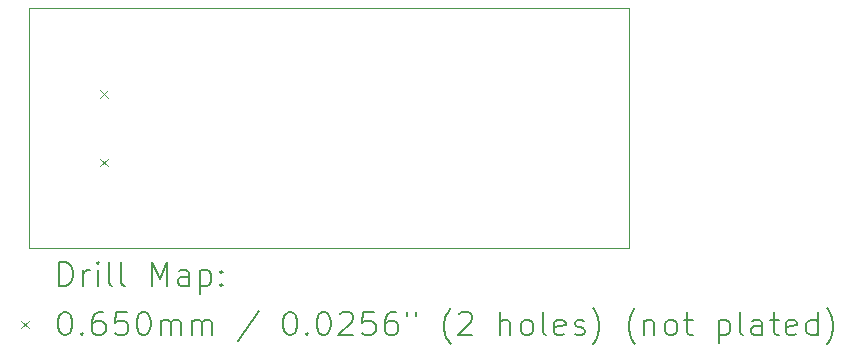
<source format=gbr>
%TF.GenerationSoftware,KiCad,Pcbnew,8.0.4-8.0.4-0~ubuntu24.04.1*%
%TF.CreationDate,2024-07-31T18:59:30-04:00*%
%TF.ProjectId,iceblink,69636562-6c69-46e6-9b2e-6b696361645f,rev?*%
%TF.SameCoordinates,Original*%
%TF.FileFunction,Drillmap*%
%TF.FilePolarity,Positive*%
%FSLAX45Y45*%
G04 Gerber Fmt 4.5, Leading zero omitted, Abs format (unit mm)*
G04 Created by KiCad (PCBNEW 8.0.4-8.0.4-0~ubuntu24.04.1) date 2024-07-31 18:59:30*
%MOMM*%
%LPD*%
G01*
G04 APERTURE LIST*
%ADD10C,0.100000*%
%ADD11C,0.200000*%
G04 APERTURE END LIST*
D10*
X12700000Y-12192000D02*
X17780000Y-12192000D01*
X17780000Y-10160000D02*
X12700000Y-10160000D01*
X17780000Y-12192000D02*
X17780000Y-10160000D01*
X12700000Y-10160000D02*
X12700000Y-12192000D01*
D11*
D10*
X13302200Y-10854500D02*
X13367200Y-10919500D01*
X13367200Y-10854500D02*
X13302200Y-10919500D01*
X13302200Y-11432500D02*
X13367200Y-11497500D01*
X13367200Y-11432500D02*
X13302200Y-11497500D01*
D11*
X12955777Y-12508484D02*
X12955777Y-12308484D01*
X12955777Y-12308484D02*
X13003396Y-12308484D01*
X13003396Y-12308484D02*
X13031967Y-12318008D01*
X13031967Y-12318008D02*
X13051015Y-12337055D01*
X13051015Y-12337055D02*
X13060539Y-12356103D01*
X13060539Y-12356103D02*
X13070062Y-12394198D01*
X13070062Y-12394198D02*
X13070062Y-12422769D01*
X13070062Y-12422769D02*
X13060539Y-12460865D01*
X13060539Y-12460865D02*
X13051015Y-12479912D01*
X13051015Y-12479912D02*
X13031967Y-12498960D01*
X13031967Y-12498960D02*
X13003396Y-12508484D01*
X13003396Y-12508484D02*
X12955777Y-12508484D01*
X13155777Y-12508484D02*
X13155777Y-12375150D01*
X13155777Y-12413246D02*
X13165301Y-12394198D01*
X13165301Y-12394198D02*
X13174824Y-12384674D01*
X13174824Y-12384674D02*
X13193872Y-12375150D01*
X13193872Y-12375150D02*
X13212920Y-12375150D01*
X13279586Y-12508484D02*
X13279586Y-12375150D01*
X13279586Y-12308484D02*
X13270062Y-12318008D01*
X13270062Y-12318008D02*
X13279586Y-12327531D01*
X13279586Y-12327531D02*
X13289110Y-12318008D01*
X13289110Y-12318008D02*
X13279586Y-12308484D01*
X13279586Y-12308484D02*
X13279586Y-12327531D01*
X13403396Y-12508484D02*
X13384348Y-12498960D01*
X13384348Y-12498960D02*
X13374824Y-12479912D01*
X13374824Y-12479912D02*
X13374824Y-12308484D01*
X13508158Y-12508484D02*
X13489110Y-12498960D01*
X13489110Y-12498960D02*
X13479586Y-12479912D01*
X13479586Y-12479912D02*
X13479586Y-12308484D01*
X13736729Y-12508484D02*
X13736729Y-12308484D01*
X13736729Y-12308484D02*
X13803396Y-12451341D01*
X13803396Y-12451341D02*
X13870062Y-12308484D01*
X13870062Y-12308484D02*
X13870062Y-12508484D01*
X14051015Y-12508484D02*
X14051015Y-12403722D01*
X14051015Y-12403722D02*
X14041491Y-12384674D01*
X14041491Y-12384674D02*
X14022443Y-12375150D01*
X14022443Y-12375150D02*
X13984348Y-12375150D01*
X13984348Y-12375150D02*
X13965301Y-12384674D01*
X14051015Y-12498960D02*
X14031967Y-12508484D01*
X14031967Y-12508484D02*
X13984348Y-12508484D01*
X13984348Y-12508484D02*
X13965301Y-12498960D01*
X13965301Y-12498960D02*
X13955777Y-12479912D01*
X13955777Y-12479912D02*
X13955777Y-12460865D01*
X13955777Y-12460865D02*
X13965301Y-12441817D01*
X13965301Y-12441817D02*
X13984348Y-12432293D01*
X13984348Y-12432293D02*
X14031967Y-12432293D01*
X14031967Y-12432293D02*
X14051015Y-12422769D01*
X14146253Y-12375150D02*
X14146253Y-12575150D01*
X14146253Y-12384674D02*
X14165301Y-12375150D01*
X14165301Y-12375150D02*
X14203396Y-12375150D01*
X14203396Y-12375150D02*
X14222443Y-12384674D01*
X14222443Y-12384674D02*
X14231967Y-12394198D01*
X14231967Y-12394198D02*
X14241491Y-12413246D01*
X14241491Y-12413246D02*
X14241491Y-12470388D01*
X14241491Y-12470388D02*
X14231967Y-12489436D01*
X14231967Y-12489436D02*
X14222443Y-12498960D01*
X14222443Y-12498960D02*
X14203396Y-12508484D01*
X14203396Y-12508484D02*
X14165301Y-12508484D01*
X14165301Y-12508484D02*
X14146253Y-12498960D01*
X14327205Y-12489436D02*
X14336729Y-12498960D01*
X14336729Y-12498960D02*
X14327205Y-12508484D01*
X14327205Y-12508484D02*
X14317682Y-12498960D01*
X14317682Y-12498960D02*
X14327205Y-12489436D01*
X14327205Y-12489436D02*
X14327205Y-12508484D01*
X14327205Y-12384674D02*
X14336729Y-12394198D01*
X14336729Y-12394198D02*
X14327205Y-12403722D01*
X14327205Y-12403722D02*
X14317682Y-12394198D01*
X14317682Y-12394198D02*
X14327205Y-12384674D01*
X14327205Y-12384674D02*
X14327205Y-12403722D01*
D10*
X12630000Y-12804500D02*
X12695000Y-12869500D01*
X12695000Y-12804500D02*
X12630000Y-12869500D01*
D11*
X12993872Y-12728484D02*
X13012920Y-12728484D01*
X13012920Y-12728484D02*
X13031967Y-12738008D01*
X13031967Y-12738008D02*
X13041491Y-12747531D01*
X13041491Y-12747531D02*
X13051015Y-12766579D01*
X13051015Y-12766579D02*
X13060539Y-12804674D01*
X13060539Y-12804674D02*
X13060539Y-12852293D01*
X13060539Y-12852293D02*
X13051015Y-12890388D01*
X13051015Y-12890388D02*
X13041491Y-12909436D01*
X13041491Y-12909436D02*
X13031967Y-12918960D01*
X13031967Y-12918960D02*
X13012920Y-12928484D01*
X13012920Y-12928484D02*
X12993872Y-12928484D01*
X12993872Y-12928484D02*
X12974824Y-12918960D01*
X12974824Y-12918960D02*
X12965301Y-12909436D01*
X12965301Y-12909436D02*
X12955777Y-12890388D01*
X12955777Y-12890388D02*
X12946253Y-12852293D01*
X12946253Y-12852293D02*
X12946253Y-12804674D01*
X12946253Y-12804674D02*
X12955777Y-12766579D01*
X12955777Y-12766579D02*
X12965301Y-12747531D01*
X12965301Y-12747531D02*
X12974824Y-12738008D01*
X12974824Y-12738008D02*
X12993872Y-12728484D01*
X13146253Y-12909436D02*
X13155777Y-12918960D01*
X13155777Y-12918960D02*
X13146253Y-12928484D01*
X13146253Y-12928484D02*
X13136729Y-12918960D01*
X13136729Y-12918960D02*
X13146253Y-12909436D01*
X13146253Y-12909436D02*
X13146253Y-12928484D01*
X13327205Y-12728484D02*
X13289110Y-12728484D01*
X13289110Y-12728484D02*
X13270062Y-12738008D01*
X13270062Y-12738008D02*
X13260539Y-12747531D01*
X13260539Y-12747531D02*
X13241491Y-12776103D01*
X13241491Y-12776103D02*
X13231967Y-12814198D01*
X13231967Y-12814198D02*
X13231967Y-12890388D01*
X13231967Y-12890388D02*
X13241491Y-12909436D01*
X13241491Y-12909436D02*
X13251015Y-12918960D01*
X13251015Y-12918960D02*
X13270062Y-12928484D01*
X13270062Y-12928484D02*
X13308158Y-12928484D01*
X13308158Y-12928484D02*
X13327205Y-12918960D01*
X13327205Y-12918960D02*
X13336729Y-12909436D01*
X13336729Y-12909436D02*
X13346253Y-12890388D01*
X13346253Y-12890388D02*
X13346253Y-12842769D01*
X13346253Y-12842769D02*
X13336729Y-12823722D01*
X13336729Y-12823722D02*
X13327205Y-12814198D01*
X13327205Y-12814198D02*
X13308158Y-12804674D01*
X13308158Y-12804674D02*
X13270062Y-12804674D01*
X13270062Y-12804674D02*
X13251015Y-12814198D01*
X13251015Y-12814198D02*
X13241491Y-12823722D01*
X13241491Y-12823722D02*
X13231967Y-12842769D01*
X13527205Y-12728484D02*
X13431967Y-12728484D01*
X13431967Y-12728484D02*
X13422443Y-12823722D01*
X13422443Y-12823722D02*
X13431967Y-12814198D01*
X13431967Y-12814198D02*
X13451015Y-12804674D01*
X13451015Y-12804674D02*
X13498634Y-12804674D01*
X13498634Y-12804674D02*
X13517682Y-12814198D01*
X13517682Y-12814198D02*
X13527205Y-12823722D01*
X13527205Y-12823722D02*
X13536729Y-12842769D01*
X13536729Y-12842769D02*
X13536729Y-12890388D01*
X13536729Y-12890388D02*
X13527205Y-12909436D01*
X13527205Y-12909436D02*
X13517682Y-12918960D01*
X13517682Y-12918960D02*
X13498634Y-12928484D01*
X13498634Y-12928484D02*
X13451015Y-12928484D01*
X13451015Y-12928484D02*
X13431967Y-12918960D01*
X13431967Y-12918960D02*
X13422443Y-12909436D01*
X13660539Y-12728484D02*
X13679586Y-12728484D01*
X13679586Y-12728484D02*
X13698634Y-12738008D01*
X13698634Y-12738008D02*
X13708158Y-12747531D01*
X13708158Y-12747531D02*
X13717682Y-12766579D01*
X13717682Y-12766579D02*
X13727205Y-12804674D01*
X13727205Y-12804674D02*
X13727205Y-12852293D01*
X13727205Y-12852293D02*
X13717682Y-12890388D01*
X13717682Y-12890388D02*
X13708158Y-12909436D01*
X13708158Y-12909436D02*
X13698634Y-12918960D01*
X13698634Y-12918960D02*
X13679586Y-12928484D01*
X13679586Y-12928484D02*
X13660539Y-12928484D01*
X13660539Y-12928484D02*
X13641491Y-12918960D01*
X13641491Y-12918960D02*
X13631967Y-12909436D01*
X13631967Y-12909436D02*
X13622443Y-12890388D01*
X13622443Y-12890388D02*
X13612920Y-12852293D01*
X13612920Y-12852293D02*
X13612920Y-12804674D01*
X13612920Y-12804674D02*
X13622443Y-12766579D01*
X13622443Y-12766579D02*
X13631967Y-12747531D01*
X13631967Y-12747531D02*
X13641491Y-12738008D01*
X13641491Y-12738008D02*
X13660539Y-12728484D01*
X13812920Y-12928484D02*
X13812920Y-12795150D01*
X13812920Y-12814198D02*
X13822443Y-12804674D01*
X13822443Y-12804674D02*
X13841491Y-12795150D01*
X13841491Y-12795150D02*
X13870063Y-12795150D01*
X13870063Y-12795150D02*
X13889110Y-12804674D01*
X13889110Y-12804674D02*
X13898634Y-12823722D01*
X13898634Y-12823722D02*
X13898634Y-12928484D01*
X13898634Y-12823722D02*
X13908158Y-12804674D01*
X13908158Y-12804674D02*
X13927205Y-12795150D01*
X13927205Y-12795150D02*
X13955777Y-12795150D01*
X13955777Y-12795150D02*
X13974824Y-12804674D01*
X13974824Y-12804674D02*
X13984348Y-12823722D01*
X13984348Y-12823722D02*
X13984348Y-12928484D01*
X14079586Y-12928484D02*
X14079586Y-12795150D01*
X14079586Y-12814198D02*
X14089110Y-12804674D01*
X14089110Y-12804674D02*
X14108158Y-12795150D01*
X14108158Y-12795150D02*
X14136729Y-12795150D01*
X14136729Y-12795150D02*
X14155777Y-12804674D01*
X14155777Y-12804674D02*
X14165301Y-12823722D01*
X14165301Y-12823722D02*
X14165301Y-12928484D01*
X14165301Y-12823722D02*
X14174824Y-12804674D01*
X14174824Y-12804674D02*
X14193872Y-12795150D01*
X14193872Y-12795150D02*
X14222443Y-12795150D01*
X14222443Y-12795150D02*
X14241491Y-12804674D01*
X14241491Y-12804674D02*
X14251015Y-12823722D01*
X14251015Y-12823722D02*
X14251015Y-12928484D01*
X14641491Y-12718960D02*
X14470063Y-12976103D01*
X14898634Y-12728484D02*
X14917682Y-12728484D01*
X14917682Y-12728484D02*
X14936729Y-12738008D01*
X14936729Y-12738008D02*
X14946253Y-12747531D01*
X14946253Y-12747531D02*
X14955777Y-12766579D01*
X14955777Y-12766579D02*
X14965301Y-12804674D01*
X14965301Y-12804674D02*
X14965301Y-12852293D01*
X14965301Y-12852293D02*
X14955777Y-12890388D01*
X14955777Y-12890388D02*
X14946253Y-12909436D01*
X14946253Y-12909436D02*
X14936729Y-12918960D01*
X14936729Y-12918960D02*
X14917682Y-12928484D01*
X14917682Y-12928484D02*
X14898634Y-12928484D01*
X14898634Y-12928484D02*
X14879586Y-12918960D01*
X14879586Y-12918960D02*
X14870063Y-12909436D01*
X14870063Y-12909436D02*
X14860539Y-12890388D01*
X14860539Y-12890388D02*
X14851015Y-12852293D01*
X14851015Y-12852293D02*
X14851015Y-12804674D01*
X14851015Y-12804674D02*
X14860539Y-12766579D01*
X14860539Y-12766579D02*
X14870063Y-12747531D01*
X14870063Y-12747531D02*
X14879586Y-12738008D01*
X14879586Y-12738008D02*
X14898634Y-12728484D01*
X15051015Y-12909436D02*
X15060539Y-12918960D01*
X15060539Y-12918960D02*
X15051015Y-12928484D01*
X15051015Y-12928484D02*
X15041491Y-12918960D01*
X15041491Y-12918960D02*
X15051015Y-12909436D01*
X15051015Y-12909436D02*
X15051015Y-12928484D01*
X15184348Y-12728484D02*
X15203396Y-12728484D01*
X15203396Y-12728484D02*
X15222444Y-12738008D01*
X15222444Y-12738008D02*
X15231967Y-12747531D01*
X15231967Y-12747531D02*
X15241491Y-12766579D01*
X15241491Y-12766579D02*
X15251015Y-12804674D01*
X15251015Y-12804674D02*
X15251015Y-12852293D01*
X15251015Y-12852293D02*
X15241491Y-12890388D01*
X15241491Y-12890388D02*
X15231967Y-12909436D01*
X15231967Y-12909436D02*
X15222444Y-12918960D01*
X15222444Y-12918960D02*
X15203396Y-12928484D01*
X15203396Y-12928484D02*
X15184348Y-12928484D01*
X15184348Y-12928484D02*
X15165301Y-12918960D01*
X15165301Y-12918960D02*
X15155777Y-12909436D01*
X15155777Y-12909436D02*
X15146253Y-12890388D01*
X15146253Y-12890388D02*
X15136729Y-12852293D01*
X15136729Y-12852293D02*
X15136729Y-12804674D01*
X15136729Y-12804674D02*
X15146253Y-12766579D01*
X15146253Y-12766579D02*
X15155777Y-12747531D01*
X15155777Y-12747531D02*
X15165301Y-12738008D01*
X15165301Y-12738008D02*
X15184348Y-12728484D01*
X15327206Y-12747531D02*
X15336729Y-12738008D01*
X15336729Y-12738008D02*
X15355777Y-12728484D01*
X15355777Y-12728484D02*
X15403396Y-12728484D01*
X15403396Y-12728484D02*
X15422444Y-12738008D01*
X15422444Y-12738008D02*
X15431967Y-12747531D01*
X15431967Y-12747531D02*
X15441491Y-12766579D01*
X15441491Y-12766579D02*
X15441491Y-12785627D01*
X15441491Y-12785627D02*
X15431967Y-12814198D01*
X15431967Y-12814198D02*
X15317682Y-12928484D01*
X15317682Y-12928484D02*
X15441491Y-12928484D01*
X15622444Y-12728484D02*
X15527206Y-12728484D01*
X15527206Y-12728484D02*
X15517682Y-12823722D01*
X15517682Y-12823722D02*
X15527206Y-12814198D01*
X15527206Y-12814198D02*
X15546253Y-12804674D01*
X15546253Y-12804674D02*
X15593872Y-12804674D01*
X15593872Y-12804674D02*
X15612920Y-12814198D01*
X15612920Y-12814198D02*
X15622444Y-12823722D01*
X15622444Y-12823722D02*
X15631967Y-12842769D01*
X15631967Y-12842769D02*
X15631967Y-12890388D01*
X15631967Y-12890388D02*
X15622444Y-12909436D01*
X15622444Y-12909436D02*
X15612920Y-12918960D01*
X15612920Y-12918960D02*
X15593872Y-12928484D01*
X15593872Y-12928484D02*
X15546253Y-12928484D01*
X15546253Y-12928484D02*
X15527206Y-12918960D01*
X15527206Y-12918960D02*
X15517682Y-12909436D01*
X15803396Y-12728484D02*
X15765301Y-12728484D01*
X15765301Y-12728484D02*
X15746253Y-12738008D01*
X15746253Y-12738008D02*
X15736729Y-12747531D01*
X15736729Y-12747531D02*
X15717682Y-12776103D01*
X15717682Y-12776103D02*
X15708158Y-12814198D01*
X15708158Y-12814198D02*
X15708158Y-12890388D01*
X15708158Y-12890388D02*
X15717682Y-12909436D01*
X15717682Y-12909436D02*
X15727206Y-12918960D01*
X15727206Y-12918960D02*
X15746253Y-12928484D01*
X15746253Y-12928484D02*
X15784348Y-12928484D01*
X15784348Y-12928484D02*
X15803396Y-12918960D01*
X15803396Y-12918960D02*
X15812920Y-12909436D01*
X15812920Y-12909436D02*
X15822444Y-12890388D01*
X15822444Y-12890388D02*
X15822444Y-12842769D01*
X15822444Y-12842769D02*
X15812920Y-12823722D01*
X15812920Y-12823722D02*
X15803396Y-12814198D01*
X15803396Y-12814198D02*
X15784348Y-12804674D01*
X15784348Y-12804674D02*
X15746253Y-12804674D01*
X15746253Y-12804674D02*
X15727206Y-12814198D01*
X15727206Y-12814198D02*
X15717682Y-12823722D01*
X15717682Y-12823722D02*
X15708158Y-12842769D01*
X15898634Y-12728484D02*
X15898634Y-12766579D01*
X15974825Y-12728484D02*
X15974825Y-12766579D01*
X16270063Y-13004674D02*
X16260539Y-12995150D01*
X16260539Y-12995150D02*
X16241491Y-12966579D01*
X16241491Y-12966579D02*
X16231968Y-12947531D01*
X16231968Y-12947531D02*
X16222444Y-12918960D01*
X16222444Y-12918960D02*
X16212920Y-12871341D01*
X16212920Y-12871341D02*
X16212920Y-12833246D01*
X16212920Y-12833246D02*
X16222444Y-12785627D01*
X16222444Y-12785627D02*
X16231968Y-12757055D01*
X16231968Y-12757055D02*
X16241491Y-12738008D01*
X16241491Y-12738008D02*
X16260539Y-12709436D01*
X16260539Y-12709436D02*
X16270063Y-12699912D01*
X16336729Y-12747531D02*
X16346253Y-12738008D01*
X16346253Y-12738008D02*
X16365301Y-12728484D01*
X16365301Y-12728484D02*
X16412920Y-12728484D01*
X16412920Y-12728484D02*
X16431968Y-12738008D01*
X16431968Y-12738008D02*
X16441491Y-12747531D01*
X16441491Y-12747531D02*
X16451015Y-12766579D01*
X16451015Y-12766579D02*
X16451015Y-12785627D01*
X16451015Y-12785627D02*
X16441491Y-12814198D01*
X16441491Y-12814198D02*
X16327206Y-12928484D01*
X16327206Y-12928484D02*
X16451015Y-12928484D01*
X16689110Y-12928484D02*
X16689110Y-12728484D01*
X16774825Y-12928484D02*
X16774825Y-12823722D01*
X16774825Y-12823722D02*
X16765301Y-12804674D01*
X16765301Y-12804674D02*
X16746253Y-12795150D01*
X16746253Y-12795150D02*
X16717682Y-12795150D01*
X16717682Y-12795150D02*
X16698634Y-12804674D01*
X16698634Y-12804674D02*
X16689110Y-12814198D01*
X16898634Y-12928484D02*
X16879587Y-12918960D01*
X16879587Y-12918960D02*
X16870063Y-12909436D01*
X16870063Y-12909436D02*
X16860539Y-12890388D01*
X16860539Y-12890388D02*
X16860539Y-12833246D01*
X16860539Y-12833246D02*
X16870063Y-12814198D01*
X16870063Y-12814198D02*
X16879587Y-12804674D01*
X16879587Y-12804674D02*
X16898634Y-12795150D01*
X16898634Y-12795150D02*
X16927206Y-12795150D01*
X16927206Y-12795150D02*
X16946253Y-12804674D01*
X16946253Y-12804674D02*
X16955777Y-12814198D01*
X16955777Y-12814198D02*
X16965301Y-12833246D01*
X16965301Y-12833246D02*
X16965301Y-12890388D01*
X16965301Y-12890388D02*
X16955777Y-12909436D01*
X16955777Y-12909436D02*
X16946253Y-12918960D01*
X16946253Y-12918960D02*
X16927206Y-12928484D01*
X16927206Y-12928484D02*
X16898634Y-12928484D01*
X17079587Y-12928484D02*
X17060539Y-12918960D01*
X17060539Y-12918960D02*
X17051015Y-12899912D01*
X17051015Y-12899912D02*
X17051015Y-12728484D01*
X17231968Y-12918960D02*
X17212920Y-12928484D01*
X17212920Y-12928484D02*
X17174825Y-12928484D01*
X17174825Y-12928484D02*
X17155777Y-12918960D01*
X17155777Y-12918960D02*
X17146253Y-12899912D01*
X17146253Y-12899912D02*
X17146253Y-12823722D01*
X17146253Y-12823722D02*
X17155777Y-12804674D01*
X17155777Y-12804674D02*
X17174825Y-12795150D01*
X17174825Y-12795150D02*
X17212920Y-12795150D01*
X17212920Y-12795150D02*
X17231968Y-12804674D01*
X17231968Y-12804674D02*
X17241492Y-12823722D01*
X17241492Y-12823722D02*
X17241492Y-12842769D01*
X17241492Y-12842769D02*
X17146253Y-12861817D01*
X17317682Y-12918960D02*
X17336730Y-12928484D01*
X17336730Y-12928484D02*
X17374825Y-12928484D01*
X17374825Y-12928484D02*
X17393873Y-12918960D01*
X17393873Y-12918960D02*
X17403396Y-12899912D01*
X17403396Y-12899912D02*
X17403396Y-12890388D01*
X17403396Y-12890388D02*
X17393873Y-12871341D01*
X17393873Y-12871341D02*
X17374825Y-12861817D01*
X17374825Y-12861817D02*
X17346253Y-12861817D01*
X17346253Y-12861817D02*
X17327206Y-12852293D01*
X17327206Y-12852293D02*
X17317682Y-12833246D01*
X17317682Y-12833246D02*
X17317682Y-12823722D01*
X17317682Y-12823722D02*
X17327206Y-12804674D01*
X17327206Y-12804674D02*
X17346253Y-12795150D01*
X17346253Y-12795150D02*
X17374825Y-12795150D01*
X17374825Y-12795150D02*
X17393873Y-12804674D01*
X17470063Y-13004674D02*
X17479587Y-12995150D01*
X17479587Y-12995150D02*
X17498634Y-12966579D01*
X17498634Y-12966579D02*
X17508158Y-12947531D01*
X17508158Y-12947531D02*
X17517682Y-12918960D01*
X17517682Y-12918960D02*
X17527206Y-12871341D01*
X17527206Y-12871341D02*
X17527206Y-12833246D01*
X17527206Y-12833246D02*
X17517682Y-12785627D01*
X17517682Y-12785627D02*
X17508158Y-12757055D01*
X17508158Y-12757055D02*
X17498634Y-12738008D01*
X17498634Y-12738008D02*
X17479587Y-12709436D01*
X17479587Y-12709436D02*
X17470063Y-12699912D01*
X17831968Y-13004674D02*
X17822444Y-12995150D01*
X17822444Y-12995150D02*
X17803396Y-12966579D01*
X17803396Y-12966579D02*
X17793873Y-12947531D01*
X17793873Y-12947531D02*
X17784349Y-12918960D01*
X17784349Y-12918960D02*
X17774825Y-12871341D01*
X17774825Y-12871341D02*
X17774825Y-12833246D01*
X17774825Y-12833246D02*
X17784349Y-12785627D01*
X17784349Y-12785627D02*
X17793873Y-12757055D01*
X17793873Y-12757055D02*
X17803396Y-12738008D01*
X17803396Y-12738008D02*
X17822444Y-12709436D01*
X17822444Y-12709436D02*
X17831968Y-12699912D01*
X17908158Y-12795150D02*
X17908158Y-12928484D01*
X17908158Y-12814198D02*
X17917682Y-12804674D01*
X17917682Y-12804674D02*
X17936730Y-12795150D01*
X17936730Y-12795150D02*
X17965301Y-12795150D01*
X17965301Y-12795150D02*
X17984349Y-12804674D01*
X17984349Y-12804674D02*
X17993873Y-12823722D01*
X17993873Y-12823722D02*
X17993873Y-12928484D01*
X18117682Y-12928484D02*
X18098634Y-12918960D01*
X18098634Y-12918960D02*
X18089111Y-12909436D01*
X18089111Y-12909436D02*
X18079587Y-12890388D01*
X18079587Y-12890388D02*
X18079587Y-12833246D01*
X18079587Y-12833246D02*
X18089111Y-12814198D01*
X18089111Y-12814198D02*
X18098634Y-12804674D01*
X18098634Y-12804674D02*
X18117682Y-12795150D01*
X18117682Y-12795150D02*
X18146254Y-12795150D01*
X18146254Y-12795150D02*
X18165301Y-12804674D01*
X18165301Y-12804674D02*
X18174825Y-12814198D01*
X18174825Y-12814198D02*
X18184349Y-12833246D01*
X18184349Y-12833246D02*
X18184349Y-12890388D01*
X18184349Y-12890388D02*
X18174825Y-12909436D01*
X18174825Y-12909436D02*
X18165301Y-12918960D01*
X18165301Y-12918960D02*
X18146254Y-12928484D01*
X18146254Y-12928484D02*
X18117682Y-12928484D01*
X18241492Y-12795150D02*
X18317682Y-12795150D01*
X18270063Y-12728484D02*
X18270063Y-12899912D01*
X18270063Y-12899912D02*
X18279587Y-12918960D01*
X18279587Y-12918960D02*
X18298634Y-12928484D01*
X18298634Y-12928484D02*
X18317682Y-12928484D01*
X18536730Y-12795150D02*
X18536730Y-12995150D01*
X18536730Y-12804674D02*
X18555777Y-12795150D01*
X18555777Y-12795150D02*
X18593873Y-12795150D01*
X18593873Y-12795150D02*
X18612920Y-12804674D01*
X18612920Y-12804674D02*
X18622444Y-12814198D01*
X18622444Y-12814198D02*
X18631968Y-12833246D01*
X18631968Y-12833246D02*
X18631968Y-12890388D01*
X18631968Y-12890388D02*
X18622444Y-12909436D01*
X18622444Y-12909436D02*
X18612920Y-12918960D01*
X18612920Y-12918960D02*
X18593873Y-12928484D01*
X18593873Y-12928484D02*
X18555777Y-12928484D01*
X18555777Y-12928484D02*
X18536730Y-12918960D01*
X18746254Y-12928484D02*
X18727206Y-12918960D01*
X18727206Y-12918960D02*
X18717682Y-12899912D01*
X18717682Y-12899912D02*
X18717682Y-12728484D01*
X18908158Y-12928484D02*
X18908158Y-12823722D01*
X18908158Y-12823722D02*
X18898635Y-12804674D01*
X18898635Y-12804674D02*
X18879587Y-12795150D01*
X18879587Y-12795150D02*
X18841492Y-12795150D01*
X18841492Y-12795150D02*
X18822444Y-12804674D01*
X18908158Y-12918960D02*
X18889111Y-12928484D01*
X18889111Y-12928484D02*
X18841492Y-12928484D01*
X18841492Y-12928484D02*
X18822444Y-12918960D01*
X18822444Y-12918960D02*
X18812920Y-12899912D01*
X18812920Y-12899912D02*
X18812920Y-12880865D01*
X18812920Y-12880865D02*
X18822444Y-12861817D01*
X18822444Y-12861817D02*
X18841492Y-12852293D01*
X18841492Y-12852293D02*
X18889111Y-12852293D01*
X18889111Y-12852293D02*
X18908158Y-12842769D01*
X18974825Y-12795150D02*
X19051015Y-12795150D01*
X19003396Y-12728484D02*
X19003396Y-12899912D01*
X19003396Y-12899912D02*
X19012920Y-12918960D01*
X19012920Y-12918960D02*
X19031968Y-12928484D01*
X19031968Y-12928484D02*
X19051015Y-12928484D01*
X19193873Y-12918960D02*
X19174825Y-12928484D01*
X19174825Y-12928484D02*
X19136730Y-12928484D01*
X19136730Y-12928484D02*
X19117682Y-12918960D01*
X19117682Y-12918960D02*
X19108158Y-12899912D01*
X19108158Y-12899912D02*
X19108158Y-12823722D01*
X19108158Y-12823722D02*
X19117682Y-12804674D01*
X19117682Y-12804674D02*
X19136730Y-12795150D01*
X19136730Y-12795150D02*
X19174825Y-12795150D01*
X19174825Y-12795150D02*
X19193873Y-12804674D01*
X19193873Y-12804674D02*
X19203396Y-12823722D01*
X19203396Y-12823722D02*
X19203396Y-12842769D01*
X19203396Y-12842769D02*
X19108158Y-12861817D01*
X19374825Y-12928484D02*
X19374825Y-12728484D01*
X19374825Y-12918960D02*
X19355777Y-12928484D01*
X19355777Y-12928484D02*
X19317682Y-12928484D01*
X19317682Y-12928484D02*
X19298635Y-12918960D01*
X19298635Y-12918960D02*
X19289111Y-12909436D01*
X19289111Y-12909436D02*
X19279587Y-12890388D01*
X19279587Y-12890388D02*
X19279587Y-12833246D01*
X19279587Y-12833246D02*
X19289111Y-12814198D01*
X19289111Y-12814198D02*
X19298635Y-12804674D01*
X19298635Y-12804674D02*
X19317682Y-12795150D01*
X19317682Y-12795150D02*
X19355777Y-12795150D01*
X19355777Y-12795150D02*
X19374825Y-12804674D01*
X19451016Y-13004674D02*
X19460539Y-12995150D01*
X19460539Y-12995150D02*
X19479587Y-12966579D01*
X19479587Y-12966579D02*
X19489111Y-12947531D01*
X19489111Y-12947531D02*
X19498635Y-12918960D01*
X19498635Y-12918960D02*
X19508158Y-12871341D01*
X19508158Y-12871341D02*
X19508158Y-12833246D01*
X19508158Y-12833246D02*
X19498635Y-12785627D01*
X19498635Y-12785627D02*
X19489111Y-12757055D01*
X19489111Y-12757055D02*
X19479587Y-12738008D01*
X19479587Y-12738008D02*
X19460539Y-12709436D01*
X19460539Y-12709436D02*
X19451016Y-12699912D01*
M02*

</source>
